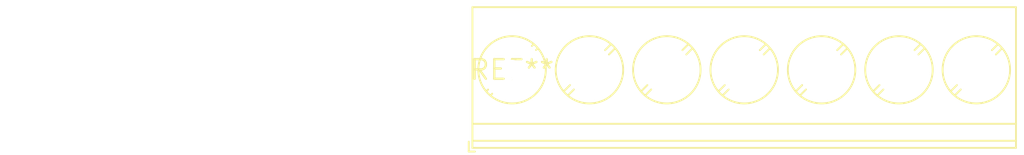
<source format=kicad_pcb>
(kicad_pcb (version 20240108) (generator pcbnew)
  (layers (0 "F.Cu" signal) (31 "B.Cu" signal) (34 "B.Paste" user) (35 "F.Paste" user) (36 "B.SilkS" user "B.Silkscreen") (37 "F.SilkS" user "F.Silkscreen") (38 "B.Mask" user) (39 "F.Mask" user) (44 "Edge.Cuts" user))
  (net 0 "")
  (footprint "TerminalBlock_Phoenix_PT-1,5-7-5.0-H_1x07_P5.00mm_Horizontal" (layer "F.Cu") (at 0 0)
    (property "Reference" "REF**")
    (property "Value" "TerminalBlock_Phoenix_PT-1,5-7-5.0-H_1x07_P5.00mm_Horizontal")
    (fp_line (start -2.8 4.66) (end -2.8 5.3) (layer "F.SilkS") (stroke (width 0.12)))
    (fp_line (start -2.8 5.3) (end -2.4 5.3) (layer "F.SilkS") (stroke (width 0.12)))
    (fp_line (start -2.56 -4.06) (end -2.56 5.06) (layer "F.SilkS") (stroke (width 0.12)))
    (fp_line (start -2.56 -4.06) (end 32.56 -4.06) (layer "F.SilkS") (stroke (width 0.12)))
    (fp_line (start -2.56 3.5) (end 32.56 3.5) (layer "F.SilkS") (stroke (width 0.12)))
    (fp_line (start -2.56 4.6) (end 32.56 4.6) (layer "F.SilkS") (stroke (width 0.12)))
    (fp_line (start -2.56 5.06) (end 32.56 5.06) (layer "F.SilkS") (stroke (width 0.12)))
    (fp_line (start -1.548 1.281) (end -1.654 1.388) (layer "F.SilkS") (stroke (width 0.12)))
    (fp_line (start -1.282 1.547) (end -1.388 1.654) (layer "F.SilkS") (stroke (width 0.12)))
    (fp_line (start 1.388 -1.654) (end 1.281 -1.547) (layer "F.SilkS") (stroke (width 0.12)))
    (fp_line (start 1.654 -1.388) (end 1.547 -1.281) (layer "F.SilkS") (stroke (width 0.12)))
    (fp_line (start 3.742 0.992) (end 3.347 1.388) (layer "F.SilkS") (stroke (width 0.12)))
    (fp_line (start 3.993 1.274) (end 3.613 1.654) (layer "F.SilkS") (stroke (width 0.12)))
    (fp_line (start 6.388 -1.654) (end 6.008 -1.274) (layer "F.SilkS") (stroke (width 0.12)))
    (fp_line (start 6.654 -1.388) (end 6.259 -0.992) (layer "F.SilkS") (stroke (width 0.12)))
    (fp_line (start 8.742 0.992) (end 8.347 1.388) (layer "F.SilkS") (stroke (width 0.12)))
    (fp_line (start 8.993 1.274) (end 8.613 1.654) (layer "F.SilkS") (stroke (width 0.12)))
    (fp_line (start 11.388 -1.654) (end 11.008 -1.274) (layer "F.SilkS") (stroke (width 0.12)))
    (fp_line (start 11.654 -1.388) (end 11.259 -0.992) (layer "F.SilkS") (stroke (width 0.12)))
    (fp_line (start 13.742 0.992) (end 13.347 1.388) (layer "F.SilkS") (stroke (width 0.12)))
    (fp_line (start 13.993 1.274) (end 13.613 1.654) (layer "F.SilkS") (stroke (width 0.12)))
    (fp_line (start 16.388 -1.654) (end 16.008 -1.274) (layer "F.SilkS") (stroke (width 0.12)))
    (fp_line (start 16.654 -1.388) (end 16.259 -0.992) (layer "F.SilkS") (stroke (width 0.12)))
    (fp_line (start 18.742 0.992) (end 18.347 1.388) (layer "F.SilkS") (stroke (width 0.12)))
    (fp_line (start 18.993 1.274) (end 18.613 1.654) (layer "F.SilkS") (stroke (width 0.12)))
    (fp_line (start 21.388 -1.654) (end 21.008 -1.274) (layer "F.SilkS") (stroke (width 0.12)))
    (fp_line (start 21.654 -1.388) (end 21.259 -0.992) (layer "F.SilkS") (stroke (width 0.12)))
    (fp_line (start 23.742 0.992) (end 23.347 1.388) (layer "F.SilkS") (stroke (width 0.12)))
    (fp_line (start 23.993 1.274) (end 23.613 1.654) (layer "F.SilkS") (stroke (width 0.12)))
    (fp_line (start 26.388 -1.654) (end 26.008 -1.274) (layer "F.SilkS") (stroke (width 0.12)))
    (fp_line (start 26.654 -1.388) (end 26.259 -0.992) (layer "F.SilkS") (stroke (width 0.12)))
    (fp_line (start 28.742 0.992) (end 28.347 1.388) (layer "F.SilkS") (stroke (width 0.12)))
    (fp_line (start 28.993 1.274) (end 28.613 1.654) (layer "F.SilkS") (stroke (width 0.12)))
    (fp_line (start 31.388 -1.654) (end 31.008 -1.274) (layer "F.SilkS") (stroke (width 0.12)))
    (fp_line (start 31.654 -1.388) (end 31.259 -0.992) (layer "F.SilkS") (stroke (width 0.12)))
    (fp_line (start 32.56 -4.06) (end 32.56 5.06) (layer "F.SilkS") (stroke (width 0.12)))
    (fp_circle (center 0 0) (end 2.18 0) (layer "F.SilkS") (stroke (width 0.12)) (fill none))
    (fp_circle (center 5 0) (end 7.18 0) (layer "F.SilkS") (stroke (width 0.12)) (fill none))
    (fp_circle (center 10 0) (end 12.18 0) (layer "F.SilkS") (stroke (width 0.12)) (fill none))
    (fp_circle (center 15 0) (end 17.18 0) (layer "F.SilkS") (stroke (width 0.12)) (fill none))
    (fp_circle (center 20 0) (end 22.18 0) (layer "F.SilkS") (stroke (width 0.12)) (fill none))
    (fp_circle (center 25 0) (end 27.18 0) (layer "F.SilkS") (stroke (width 0.12)) (fill none))
    (fp_circle (center 30 0) (end 32.18 0) (layer "F.SilkS") (stroke (width 0.12)) (fill none))
    (pad "1" thru_hole rect (at 0 0) (size 2.6 2.6) (drill 1.3) (layers *.Cu *.Mask) (remove_unused_layers))
    (pad "2" thru_hole circle (at 5 0) (size 2.6 2.6) (drill 1.3) (layers *.Cu *.Mask) (remove_unused_layers))
    (pad "3" thru_hole circle (at 10 0) (size 2.6 2.6) (drill 1.3) (layers *.Cu *.Mask) (remove_unused_layers))
    (pad "4" thru_hole circle (at 15 0) (size 2.6 2.6) (drill 1.3) (layers *.Cu *.Mask) (remove_unused_layers))
    (pad "5" thru_hole circle (at 20 0) (size 2.6 2.6) (drill 1.3) (layers *.Cu *.Mask) (remove_unused_layers))
    (pad "6" thru_hole circle (at 25 0) (size 2.6 2.6) (drill 1.3) (layers *.Cu *.Mask) (remove_unused_layers))
    (pad "7" thru_hole circle (at 30 0) (size 2.6 2.6) (drill 1.3) (layers *.Cu *.Mask) (remove_unused_layers))
  )
)
</source>
